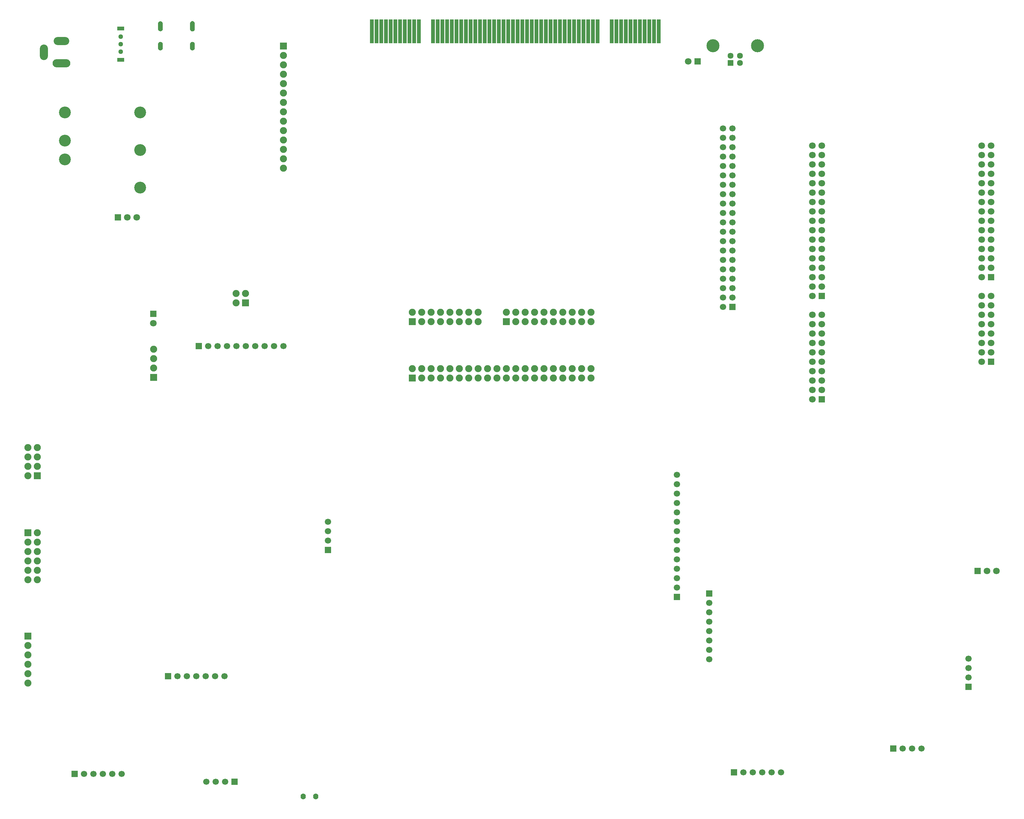
<source format=gbs>
G04*
G04 #@! TF.GenerationSoftware,Altium Limited,Altium Designer,22.6.1 (34)*
G04*
G04 Layer_Color=16711935*
%FSLAX24Y24*%
%MOIN*%
G70*
G04*
G04 #@! TF.SameCoordinates,DB5E7376-35C4-4558-AAA8-989BC4282307*
G04*
G04*
G04 #@! TF.FilePolarity,Negative*
G04*
G01*
G75*
%ADD17R,0.0438X0.2529*%
%ADD35R,0.0710X0.0710*%
%ADD36C,0.0710*%
%ADD37C,0.0749*%
%ADD38R,0.0749X0.0749*%
%ADD39R,0.0710X0.0710*%
%ADD40R,0.0669X0.0669*%
%ADD41C,0.0669*%
%ADD42R,0.0748X0.0433*%
%ADD43C,0.0512*%
%ADD44O,0.0551X0.0630*%
%ADD45R,0.0749X0.0749*%
%ADD46R,0.0669X0.0669*%
%ADD47R,0.0634X0.0634*%
%ADD48C,0.0634*%
%ADD49C,0.1386*%
%ADD50O,0.0867X0.1655*%
%ADD51O,0.1655X0.0867*%
%ADD52O,0.1891X0.0867*%
%ADD53C,0.1261*%
G36*
X17223Y81386D02*
X17209Y81387D01*
X17196Y81389D01*
X17183Y81391D01*
X17170Y81394D01*
X17157Y81398D01*
X17144Y81403D01*
X17132Y81408D01*
X17120Y81414D01*
X17108Y81420D01*
X17097Y81427D01*
X17086Y81435D01*
X17075Y81443D01*
X17065Y81452D01*
X17055Y81461D01*
X17046Y81470D01*
X17037Y81481D01*
X17029Y81491D01*
X17022Y81502D01*
X17015Y81514D01*
X17008Y81526D01*
X17002Y81538D01*
X16997Y81550D01*
X16993Y81563D01*
X16989Y81576D01*
X16986Y81589D01*
X16983Y81602D01*
X16982Y81615D01*
X16981Y81628D01*
X16980Y81642D01*
Y82035D01*
X16981Y82049D01*
X16982Y82062D01*
X16983Y82076D01*
X16986Y82089D01*
X16989Y82102D01*
X16993Y82115D01*
X16997Y82127D01*
X17002Y82139D01*
X17008Y82152D01*
X17015Y82163D01*
X17022Y82175D01*
X17029Y82186D01*
X17037Y82196D01*
X17046Y82207D01*
X17055Y82217D01*
X17065Y82226D01*
X17075Y82234D01*
X17086Y82243D01*
X17097Y82250D01*
X17108Y82257D01*
X17120Y82263D01*
X17132Y82269D01*
X17144Y82274D01*
X17157Y82279D01*
X17170Y82283D01*
X17183Y82286D01*
X17196Y82288D01*
X17209Y82290D01*
X17223Y82291D01*
X17236Y82291D01*
X17250Y82291D01*
X17263Y82290D01*
X17276Y82288D01*
X17289Y82286D01*
X17302Y82283D01*
X17315Y82279D01*
X17328Y82274D01*
X17340Y82269D01*
X17352Y82263D01*
X17364Y82257D01*
X17376Y82250D01*
X17387Y82243D01*
X17397Y82234D01*
X17407Y82226D01*
X17417Y82217D01*
X17426Y82207D01*
X17435Y82196D01*
X17443Y82186D01*
X17451Y82175D01*
X17458Y82163D01*
X17464Y82152D01*
X17470Y82139D01*
X17475Y82127D01*
X17480Y82115D01*
X17483Y82102D01*
X17487Y82089D01*
X17489Y82076D01*
X17491Y82062D01*
X17492Y82049D01*
X17492Y82035D01*
Y81642D01*
X17492Y81628D01*
X17491Y81615D01*
X17489Y81602D01*
X17487Y81589D01*
X17483Y81576D01*
X17480Y81563D01*
X17475Y81550D01*
X17470Y81538D01*
X17464Y81526D01*
X17458Y81514D01*
X17451Y81502D01*
X17443Y81491D01*
X17435Y81481D01*
X17426Y81470D01*
X17417Y81461D01*
X17407Y81452D01*
X17397Y81443D01*
X17387Y81435D01*
X17376Y81427D01*
X17364Y81420D01*
X17352Y81414D01*
X17340Y81408D01*
X17328Y81403D01*
X17315Y81398D01*
X17302Y81394D01*
X17289Y81391D01*
X17276Y81389D01*
X17263Y81387D01*
X17250Y81386D01*
X17236Y81386D01*
X17223Y81386D01*
D02*
G37*
G36*
Y83418D02*
X17209Y83420D01*
X17195Y83422D01*
X17182Y83425D01*
X17169Y83429D01*
X17155Y83433D01*
X17142Y83438D01*
X17130Y83444D01*
X17117Y83450D01*
X17105Y83457D01*
X17094Y83465D01*
X17082Y83474D01*
X17072Y83482D01*
X17061Y83492D01*
X17052Y83502D01*
X17043Y83512D01*
X17034Y83523D01*
X17026Y83534D01*
X17018Y83546D01*
X17011Y83558D01*
X17005Y83571D01*
X17000Y83583D01*
X16994Y83596D01*
X16991Y83610D01*
X16987Y83623D01*
X16984Y83637D01*
X16982Y83651D01*
X16981Y83665D01*
X16980Y83678D01*
Y83693D01*
Y84205D01*
Y84219D01*
X16981Y84233D01*
X16982Y84247D01*
X16984Y84261D01*
X16987Y84274D01*
X16991Y84288D01*
X16994Y84301D01*
X17000Y84314D01*
X17005Y84327D01*
X17011Y84339D01*
X17018Y84352D01*
X17026Y84363D01*
X17034Y84375D01*
X17043Y84385D01*
X17052Y84396D01*
X17061Y84406D01*
X17072Y84415D01*
X17082Y84424D01*
X17094Y84432D01*
X17105Y84440D01*
X17117Y84447D01*
X17130Y84454D01*
X17142Y84459D01*
X17155Y84465D01*
X17169Y84469D01*
X17182Y84472D01*
X17195Y84476D01*
X17209Y84478D01*
X17223Y84480D01*
X17236Y84480D01*
X17250Y84480D01*
X17263Y84478D01*
X17277Y84476D01*
X17291Y84472D01*
X17304Y84469D01*
X17317Y84465D01*
X17330Y84459D01*
X17343Y84454D01*
X17355Y84447D01*
X17367Y84440D01*
X17379Y84432D01*
X17390Y84424D01*
X17401Y84415D01*
X17411Y84406D01*
X17421Y84396D01*
X17430Y84385D01*
X17439Y84375D01*
X17447Y84363D01*
X17454Y84352D01*
X17461Y84339D01*
X17467Y84327D01*
X17473Y84314D01*
X17478Y84301D01*
X17482Y84288D01*
X17485Y84274D01*
X17488Y84261D01*
X17490Y84247D01*
X17492Y84233D01*
X17492Y84219D01*
Y84205D01*
Y83693D01*
Y83678D01*
X17492Y83665D01*
X17490Y83651D01*
X17488Y83637D01*
X17485Y83623D01*
X17482Y83610D01*
X17478Y83596D01*
X17473Y83583D01*
X17467Y83571D01*
X17461Y83558D01*
X17454Y83546D01*
X17447Y83534D01*
X17439Y83523D01*
X17430Y83512D01*
X17421Y83502D01*
X17411Y83492D01*
X17401Y83482D01*
X17390Y83474D01*
X17379Y83465D01*
X17367Y83457D01*
X17355Y83450D01*
X17343Y83444D01*
X17330Y83438D01*
X17317Y83433D01*
X17304Y83429D01*
X17291Y83425D01*
X17277Y83422D01*
X17263Y83420D01*
X17250Y83418D01*
X17236Y83417D01*
X17223Y83418D01*
D02*
G37*
G36*
X20624Y81386D02*
X20611Y81387D01*
X20598Y81389D01*
X20585Y81391D01*
X20572Y81394D01*
X20559Y81398D01*
X20546Y81403D01*
X20534Y81408D01*
X20522Y81414D01*
X20510Y81420D01*
X20498Y81427D01*
X20487Y81435D01*
X20477Y81443D01*
X20467Y81452D01*
X20457Y81461D01*
X20448Y81470D01*
X20439Y81481D01*
X20431Y81491D01*
X20423Y81502D01*
X20416Y81514D01*
X20410Y81526D01*
X20404Y81538D01*
X20399Y81550D01*
X20394Y81563D01*
X20391Y81576D01*
X20387Y81589D01*
X20385Y81602D01*
X20383Y81615D01*
X20382Y81628D01*
X20382Y81642D01*
Y82035D01*
X20382Y82049D01*
X20383Y82062D01*
X20385Y82076D01*
X20387Y82089D01*
X20391Y82102D01*
X20394Y82115D01*
X20399Y82127D01*
X20404Y82139D01*
X20410Y82152D01*
X20416Y82163D01*
X20423Y82175D01*
X20431Y82186D01*
X20439Y82196D01*
X20448Y82207D01*
X20457Y82217D01*
X20467Y82226D01*
X20477Y82234D01*
X20487Y82243D01*
X20498Y82250D01*
X20510Y82257D01*
X20522Y82263D01*
X20534Y82269D01*
X20546Y82274D01*
X20559Y82279D01*
X20572Y82283D01*
X20585Y82286D01*
X20598Y82288D01*
X20611Y82290D01*
X20624Y82291D01*
X20638Y82291D01*
X20652D01*
X20665Y82291D01*
X20678Y82290D01*
X20691Y82288D01*
X20703Y82285D01*
X20715Y82282D01*
X20728Y82278D01*
X20740Y82274D01*
X20752Y82268D01*
X20763Y82263D01*
X20774Y82256D01*
X20785Y82250D01*
X20796Y82242D01*
X20806Y82234D01*
X20816Y82225D01*
X20825Y82217D01*
X20833Y82207D01*
X20842Y82197D01*
X20849Y82187D01*
X20856Y82176D01*
X20863Y82165D01*
X20869Y82153D01*
X20874Y82141D01*
X20879Y82130D01*
X20883Y82117D01*
X20887Y82105D01*
X20889Y82092D01*
X20891Y82080D01*
X20893Y82067D01*
X20894Y82055D01*
Y81661D01*
Y81647D01*
X20893Y81633D01*
X20892Y81619D01*
X20890Y81606D01*
X20887Y81592D01*
X20883Y81578D01*
X20880Y81565D01*
X20874Y81552D01*
X20869Y81539D01*
X20863Y81527D01*
X20856Y81515D01*
X20848Y81503D01*
X20840Y81491D01*
X20831Y81481D01*
X20822Y81470D01*
X20813Y81460D01*
X20802Y81451D01*
X20792Y81442D01*
X20780Y81434D01*
X20769Y81426D01*
X20757Y81419D01*
X20744Y81413D01*
X20732Y81407D01*
X20719Y81402D01*
X20706Y81397D01*
X20692Y81394D01*
X20679Y81391D01*
X20665Y81388D01*
X20651Y81387D01*
X20638Y81386D01*
X20624Y81386D01*
D02*
G37*
G36*
Y83398D02*
X20611Y83400D01*
X20597Y83402D01*
X20583Y83406D01*
X20570Y83409D01*
X20557Y83413D01*
X20544Y83419D01*
X20531Y83424D01*
X20519Y83431D01*
X20507Y83438D01*
X20495Y83446D01*
X20484Y83454D01*
X20473Y83463D01*
X20463Y83472D01*
X20453Y83482D01*
X20444Y83493D01*
X20435Y83503D01*
X20427Y83515D01*
X20420Y83526D01*
X20413Y83539D01*
X20407Y83551D01*
X20401Y83564D01*
X20396Y83577D01*
X20392Y83590D01*
X20389Y83604D01*
X20386Y83617D01*
X20384Y83631D01*
X20382Y83645D01*
X20382Y83659D01*
Y83673D01*
Y84224D01*
Y84239D01*
X20382Y84253D01*
X20384Y84267D01*
X20386Y84280D01*
X20389Y84294D01*
X20392Y84307D01*
X20396Y84321D01*
X20401Y84334D01*
X20407Y84346D01*
X20413Y84359D01*
X20420Y84371D01*
X20427Y84383D01*
X20435Y84394D01*
X20444Y84405D01*
X20453Y84416D01*
X20463Y84426D01*
X20473Y84435D01*
X20484Y84444D01*
X20495Y84452D01*
X20507Y84460D01*
X20519Y84467D01*
X20531Y84473D01*
X20544Y84479D01*
X20557Y84484D01*
X20570Y84489D01*
X20583Y84492D01*
X20597Y84495D01*
X20611Y84498D01*
X20624Y84499D01*
X20638Y84500D01*
X20651Y84499D01*
X20665Y84498D01*
X20679Y84495D01*
X20692Y84492D01*
X20706Y84489D01*
X20719Y84484D01*
X20732Y84479D01*
X20744Y84473D01*
X20757Y84467D01*
X20769Y84460D01*
X20780Y84452D01*
X20792Y84444D01*
X20802Y84435D01*
X20813Y84426D01*
X20822Y84416D01*
X20831Y84405D01*
X20840Y84394D01*
X20848Y84383D01*
X20856Y84371D01*
X20863Y84359D01*
X20869Y84346D01*
X20874Y84334D01*
X20880Y84321D01*
X20883Y84307D01*
X20887Y84294D01*
X20890Y84280D01*
X20892Y84267D01*
X20893Y84253D01*
X20894Y84239D01*
Y84224D01*
Y83673D01*
Y83659D01*
X20893Y83645D01*
X20892Y83631D01*
X20890Y83617D01*
X20887Y83604D01*
X20883Y83590D01*
X20880Y83577D01*
X20874Y83564D01*
X20869Y83551D01*
X20863Y83539D01*
X20856Y83526D01*
X20848Y83515D01*
X20840Y83503D01*
X20831Y83493D01*
X20822Y83482D01*
X20813Y83472D01*
X20802Y83463D01*
X20792Y83454D01*
X20780Y83446D01*
X20769Y83438D01*
X20757Y83431D01*
X20744Y83424D01*
X20732Y83419D01*
X20719Y83413D01*
X20706Y83409D01*
X20692Y83406D01*
X20679Y83402D01*
X20665Y83400D01*
X20651Y83398D01*
X20638Y83398D01*
X20624Y83398D01*
D02*
G37*
D17*
X39732Y83421D02*
D03*
X40232D02*
D03*
X40732D02*
D03*
X41232D02*
D03*
X41732D02*
D03*
X42232D02*
D03*
X42732D02*
D03*
X43232D02*
D03*
X43732D02*
D03*
X44232D02*
D03*
X44732D02*
D03*
X46232D02*
D03*
X46732D02*
D03*
X47232D02*
D03*
X47732D02*
D03*
X48232D02*
D03*
X48732D02*
D03*
X49232D02*
D03*
X49732D02*
D03*
X50232D02*
D03*
X50732D02*
D03*
X51232D02*
D03*
X51732D02*
D03*
X52232D02*
D03*
X52732D02*
D03*
X53232D02*
D03*
X53732D02*
D03*
X54232D02*
D03*
X54732D02*
D03*
X55232D02*
D03*
X55732D02*
D03*
X56232D02*
D03*
X56732D02*
D03*
X57232D02*
D03*
X57732D02*
D03*
X58232D02*
D03*
X58732D02*
D03*
X59232D02*
D03*
X59732D02*
D03*
X60232D02*
D03*
X60732D02*
D03*
X61232D02*
D03*
X61732D02*
D03*
X62232D02*
D03*
X62732D02*
D03*
X63232D02*
D03*
X63732D02*
D03*
X65232D02*
D03*
X65732D02*
D03*
X66232D02*
D03*
X66732D02*
D03*
X67232D02*
D03*
X67732D02*
D03*
X68232D02*
D03*
X68732D02*
D03*
X69232D02*
D03*
X69732D02*
D03*
X70232D02*
D03*
D35*
X105563Y48252D02*
D03*
Y57252D02*
D03*
X87563Y55252D02*
D03*
Y44252D02*
D03*
X74358Y80197D02*
D03*
X12701Y63622D02*
D03*
X104118Y25984D02*
D03*
D36*
X104563Y48252D02*
D03*
X105563Y49252D02*
D03*
X104563D02*
D03*
X105563Y50252D02*
D03*
X104563D02*
D03*
X105563Y51252D02*
D03*
X104563D02*
D03*
X105563Y52252D02*
D03*
X104563D02*
D03*
X105563Y53252D02*
D03*
X104563D02*
D03*
X105563Y54252D02*
D03*
X104563D02*
D03*
X105563Y55252D02*
D03*
X104563D02*
D03*
Y57252D02*
D03*
X105563Y58252D02*
D03*
X104563D02*
D03*
X105563Y59252D02*
D03*
X104563D02*
D03*
X105563Y60252D02*
D03*
X104563D02*
D03*
X105563Y61252D02*
D03*
X104563D02*
D03*
X105563Y62252D02*
D03*
X104563D02*
D03*
X105563Y63252D02*
D03*
X104563D02*
D03*
X105563Y64252D02*
D03*
X104563D02*
D03*
X105563Y65252D02*
D03*
X104563D02*
D03*
X105563Y66252D02*
D03*
X104563D02*
D03*
X105563Y67252D02*
D03*
X104563D02*
D03*
X105563Y68252D02*
D03*
X104563D02*
D03*
X105563Y69252D02*
D03*
X104563D02*
D03*
X105563Y70252D02*
D03*
X104563D02*
D03*
X105563Y71252D02*
D03*
X104563D02*
D03*
X86563Y55252D02*
D03*
X87563Y56252D02*
D03*
X86563D02*
D03*
X87563Y57252D02*
D03*
X86563D02*
D03*
X87563Y58252D02*
D03*
X86563D02*
D03*
X87563Y59252D02*
D03*
X86563D02*
D03*
X87563Y60252D02*
D03*
X86563D02*
D03*
X87563Y61252D02*
D03*
X86563D02*
D03*
X87563Y62252D02*
D03*
X86563D02*
D03*
X87563Y63252D02*
D03*
X86563D02*
D03*
X87563Y64252D02*
D03*
X86563D02*
D03*
X87563Y65252D02*
D03*
X86563D02*
D03*
X87563Y66252D02*
D03*
X86563D02*
D03*
X87563Y67252D02*
D03*
X86563D02*
D03*
X87563Y68252D02*
D03*
X86563D02*
D03*
X87563Y69252D02*
D03*
X86563D02*
D03*
X87563Y70252D02*
D03*
X86563D02*
D03*
X87563Y71252D02*
D03*
X86563D02*
D03*
Y44252D02*
D03*
X87563Y45252D02*
D03*
X86563D02*
D03*
X87563Y46252D02*
D03*
X86563D02*
D03*
X87563Y47252D02*
D03*
X86563D02*
D03*
X87563Y48252D02*
D03*
X86563D02*
D03*
X87563Y49252D02*
D03*
X86563D02*
D03*
X87563Y50252D02*
D03*
X86563D02*
D03*
X87563Y51252D02*
D03*
X86563D02*
D03*
X87563Y52252D02*
D03*
X86563D02*
D03*
X87563Y53252D02*
D03*
X86563D02*
D03*
X16496Y52346D02*
D03*
X73358Y80197D02*
D03*
X14701Y63622D02*
D03*
X13701D02*
D03*
X106118Y25984D02*
D03*
X105118D02*
D03*
D37*
X47000Y46500D02*
D03*
Y47500D02*
D03*
X44000D02*
D03*
X45000D02*
D03*
Y46500D02*
D03*
X46000Y47500D02*
D03*
Y46500D02*
D03*
X48000D02*
D03*
Y47500D02*
D03*
X49000Y46500D02*
D03*
Y47500D02*
D03*
X50000Y46500D02*
D03*
Y47500D02*
D03*
X51000Y46500D02*
D03*
Y47500D02*
D03*
X52000Y46500D02*
D03*
Y47500D02*
D03*
X53000Y46500D02*
D03*
Y47500D02*
D03*
X54000Y46500D02*
D03*
Y47500D02*
D03*
X55000Y46500D02*
D03*
Y47500D02*
D03*
X56000Y46500D02*
D03*
Y47500D02*
D03*
X57000Y46500D02*
D03*
Y47500D02*
D03*
X58000Y46500D02*
D03*
Y47500D02*
D03*
X59000Y46500D02*
D03*
Y47500D02*
D03*
X60000Y46500D02*
D03*
Y47500D02*
D03*
X61000Y46500D02*
D03*
Y47500D02*
D03*
X62000Y46500D02*
D03*
Y47500D02*
D03*
X63000Y46500D02*
D03*
Y47500D02*
D03*
X47000Y52500D02*
D03*
Y53500D02*
D03*
X44000D02*
D03*
X45000D02*
D03*
Y52500D02*
D03*
X46000Y53500D02*
D03*
Y52500D02*
D03*
X48000D02*
D03*
Y53500D02*
D03*
X49000Y52500D02*
D03*
Y53500D02*
D03*
X50000Y52500D02*
D03*
Y53500D02*
D03*
X51000Y52500D02*
D03*
Y53500D02*
D03*
X30315Y68835D02*
D03*
Y69835D02*
D03*
Y70835D02*
D03*
Y71835D02*
D03*
Y72835D02*
D03*
Y73835D02*
D03*
Y74835D02*
D03*
Y75835D02*
D03*
Y76835D02*
D03*
Y78835D02*
D03*
Y79835D02*
D03*
Y80835D02*
D03*
Y77835D02*
D03*
X25287Y54512D02*
D03*
Y55512D02*
D03*
X26287D02*
D03*
X4150Y38098D02*
D03*
X3150D02*
D03*
X4150Y37098D02*
D03*
X3150D02*
D03*
Y36098D02*
D03*
Y39098D02*
D03*
X4150D02*
D03*
X3150Y27059D02*
D03*
X4150D02*
D03*
Y30059D02*
D03*
Y29059D02*
D03*
X3150D02*
D03*
X4150Y28059D02*
D03*
X3150D02*
D03*
Y26059D02*
D03*
X4150D02*
D03*
X3150Y25059D02*
D03*
X4150D02*
D03*
X16506Y47575D02*
D03*
Y48575D02*
D03*
Y49575D02*
D03*
X3150Y15035D02*
D03*
Y18035D02*
D03*
Y17035D02*
D03*
Y16035D02*
D03*
Y14035D02*
D03*
X57000Y52500D02*
D03*
Y53500D02*
D03*
X54000D02*
D03*
X55000D02*
D03*
Y52500D02*
D03*
X56000Y53500D02*
D03*
Y52500D02*
D03*
X58000D02*
D03*
Y53500D02*
D03*
X59000Y52500D02*
D03*
Y53500D02*
D03*
X60000Y52500D02*
D03*
Y53500D02*
D03*
X61000Y52500D02*
D03*
Y53500D02*
D03*
X62000Y52500D02*
D03*
Y53500D02*
D03*
X63000Y52500D02*
D03*
Y53500D02*
D03*
D38*
X44000Y46500D02*
D03*
Y52500D02*
D03*
X30315Y81835D02*
D03*
X16506Y46575D02*
D03*
X3150Y19035D02*
D03*
X54000Y52500D02*
D03*
D39*
X16496Y53346D02*
D03*
D40*
X78059Y54083D02*
D03*
X95154Y7087D02*
D03*
X78209Y4528D02*
D03*
X25122Y3543D02*
D03*
X8130Y4370D02*
D03*
X18063Y14764D02*
D03*
X21300Y49900D02*
D03*
D41*
X77059Y54083D02*
D03*
Y55083D02*
D03*
Y56083D02*
D03*
Y57083D02*
D03*
Y58083D02*
D03*
Y59083D02*
D03*
Y60083D02*
D03*
Y61083D02*
D03*
Y62083D02*
D03*
Y63083D02*
D03*
Y64083D02*
D03*
Y65083D02*
D03*
Y66083D02*
D03*
Y67083D02*
D03*
Y68083D02*
D03*
Y69083D02*
D03*
Y70083D02*
D03*
Y71083D02*
D03*
Y72083D02*
D03*
Y73083D02*
D03*
X78059D02*
D03*
Y72083D02*
D03*
Y71083D02*
D03*
Y70083D02*
D03*
Y69083D02*
D03*
Y68083D02*
D03*
Y67083D02*
D03*
Y66083D02*
D03*
Y65083D02*
D03*
Y64083D02*
D03*
Y63083D02*
D03*
Y62083D02*
D03*
Y61083D02*
D03*
Y60083D02*
D03*
Y59083D02*
D03*
Y58083D02*
D03*
Y57083D02*
D03*
Y56083D02*
D03*
Y55083D02*
D03*
X35039Y31224D02*
D03*
Y30224D02*
D03*
Y29224D02*
D03*
X72165Y36224D02*
D03*
Y35224D02*
D03*
Y34224D02*
D03*
Y33224D02*
D03*
Y25224D02*
D03*
Y24224D02*
D03*
Y26224D02*
D03*
Y27224D02*
D03*
Y28224D02*
D03*
Y29224D02*
D03*
Y30224D02*
D03*
Y31224D02*
D03*
Y32224D02*
D03*
X103150Y16657D02*
D03*
Y15657D02*
D03*
Y14657D02*
D03*
X98154Y7087D02*
D03*
X97154D02*
D03*
X96154D02*
D03*
X83209Y4528D02*
D03*
X82209D02*
D03*
X81209D02*
D03*
X79209D02*
D03*
X80209D02*
D03*
X22122Y3543D02*
D03*
X23122D02*
D03*
X24122D02*
D03*
X75591Y16579D02*
D03*
Y17579D02*
D03*
Y21579D02*
D03*
Y22579D02*
D03*
Y20579D02*
D03*
Y19579D02*
D03*
Y18579D02*
D03*
X13130Y4370D02*
D03*
X12130D02*
D03*
X11130D02*
D03*
X9130D02*
D03*
X10130D02*
D03*
X24063Y14764D02*
D03*
X23063D02*
D03*
X22063D02*
D03*
X21063D02*
D03*
X19063D02*
D03*
X20063D02*
D03*
X30300Y49900D02*
D03*
X29300D02*
D03*
X28300D02*
D03*
X27300D02*
D03*
X26300D02*
D03*
X25300D02*
D03*
X24300D02*
D03*
X22300D02*
D03*
X23300D02*
D03*
D42*
X13032Y80374D02*
D03*
Y83720D02*
D03*
D43*
Y81260D02*
D03*
Y82047D02*
D03*
Y82835D02*
D03*
D44*
X32402Y1969D02*
D03*
X33740D02*
D03*
D45*
X26287Y54512D02*
D03*
X4150Y36098D02*
D03*
X3150Y30059D02*
D03*
D46*
X35039Y28224D02*
D03*
X72165Y23224D02*
D03*
X103150Y13657D02*
D03*
X75591Y23579D02*
D03*
D47*
X77854Y80039D02*
D03*
D48*
X78839D02*
D03*
Y80827D02*
D03*
X77854D02*
D03*
D49*
X80717Y81890D02*
D03*
X75976D02*
D03*
D50*
X4843Y81181D02*
D03*
D51*
X6732Y82362D02*
D03*
D52*
Y80000D02*
D03*
D53*
X15087Y66764D02*
D03*
Y70764D02*
D03*
X7087Y69764D02*
D03*
Y71764D02*
D03*
X15087Y74764D02*
D03*
X7087D02*
D03*
M02*

</source>
